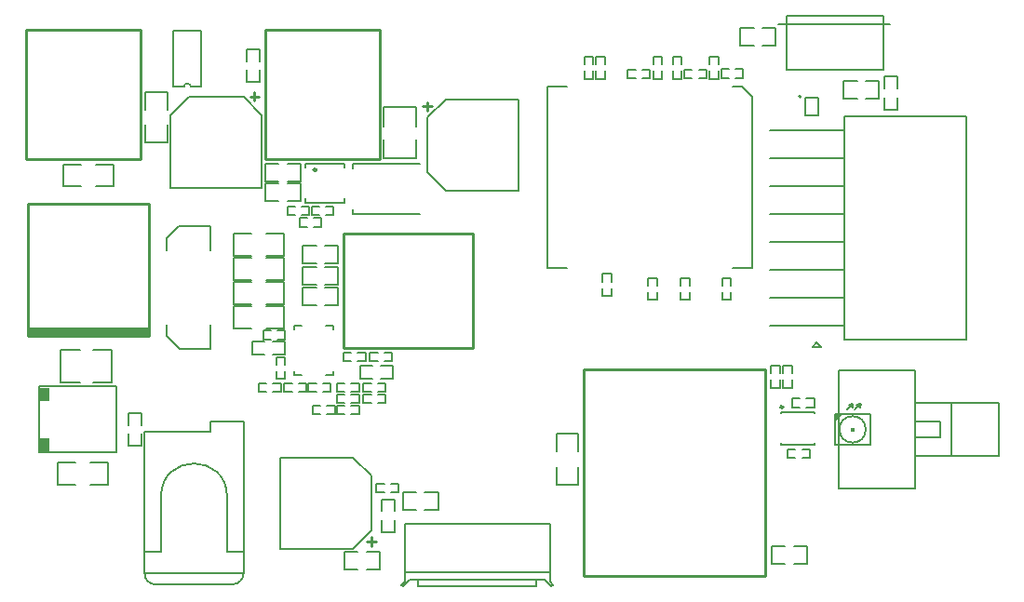
<source format=gto>
G04 Layer_Color=65535*
%FSLAX44Y44*%
%MOMM*%
G71*
G01*
G75*
%ADD59C,0.1500*%
%ADD62C,0.2000*%
%ADD63C,0.2500*%
%ADD113C,0.2540*%
%ADD114C,0.1524*%
%ADD115R,1.0160X1.2728*%
%ADD116R,1.0160X1.2446*%
%ADD117R,0.4000X0.4000*%
D59*
X286000Y282000D02*
Y298000D01*
X254000Y282000D02*
Y298000D01*
X274000Y282000D02*
X286000D01*
X254000D02*
X266000D01*
X274000Y298000D02*
X286000D01*
X254000D02*
X266000D01*
X286000Y263000D02*
Y279000D01*
X254000Y263000D02*
Y279000D01*
X274000Y263000D02*
X286000D01*
X254000D02*
X266000D01*
X274000Y279000D02*
X286000D01*
X254000D02*
X266000D01*
X286000Y244000D02*
Y260000D01*
X254000Y244000D02*
Y260000D01*
X274000Y244000D02*
X286000D01*
X254000D02*
X266000D01*
X274000Y260000D02*
X286000D01*
X254000D02*
X266000D01*
X680500Y9000D02*
Y25000D01*
X712500Y9000D02*
Y25000D01*
X680500D02*
X692500D01*
X700500D02*
X712500D01*
X680500Y9000D02*
X692500D01*
X700500D02*
X712500D01*
X14000Y110000D02*
Y170000D01*
Y110000D02*
X84000D01*
Y170000D01*
X14000D02*
X84000D01*
X31000Y81000D02*
Y101000D01*
X77000Y81000D02*
Y101000D01*
X31000D02*
X47000D01*
X61000D02*
X77000D01*
X31000Y81000D02*
X47000D01*
X61000D02*
X77000D01*
X699000Y159000D02*
X706000D01*
X712000D02*
X719000D01*
X699000Y151000D02*
X706000D01*
X712000D02*
X719000D01*
X699000D02*
Y159000D01*
X719000Y151000D02*
Y159000D01*
X111000Y392000D02*
Y408000D01*
Y422000D02*
Y438000D01*
X131000Y392000D02*
Y408000D01*
Y422000D02*
Y438000D01*
X111000Y392000D02*
X131000D01*
X111000Y438000D02*
X131000D01*
X33500Y174000D02*
Y203500D01*
Y174000D02*
X51000D01*
X33500Y203500D02*
X51000Y203510D01*
X63000Y173990D02*
X80500Y174000D01*
X63000Y203500D02*
X80500D01*
Y174000D02*
Y203500D01*
X66000Y352000D02*
X82000D01*
X36000D02*
X52000D01*
X66000Y372000D02*
X82000D01*
X36000D02*
X52000D01*
X82000Y352000D02*
Y372000D01*
X36000Y352000D02*
Y372000D01*
X315000Y201000D02*
X322000D01*
X328000D02*
X335000D01*
X315000Y193000D02*
X322000D01*
X328000D02*
X335000D01*
X315000D02*
Y201000D01*
X335000Y193000D02*
Y201000D01*
X783000Y452000D02*
X795000D01*
X783000Y422000D02*
X795000D01*
Y441000D02*
Y452000D01*
Y422000D02*
Y433000D01*
X783000Y441000D02*
Y452000D01*
Y422000D02*
Y433000D01*
X746000Y432000D02*
Y448000D01*
X778000Y432000D02*
Y448000D01*
X746000D02*
X758000D01*
X766000D02*
X778000D01*
X746000Y432000D02*
X758000D01*
X766000D02*
X778000D01*
X699000Y182000D02*
Y189000D01*
Y169000D02*
Y176000D01*
X691000Y182000D02*
Y189000D01*
Y169000D02*
Y176000D01*
Y189000D02*
X699000D01*
X691000Y169000D02*
X699000D01*
X688000Y182000D02*
Y189000D01*
Y169000D02*
Y176000D01*
X680000Y182000D02*
Y189000D01*
Y169000D02*
Y176000D01*
Y189000D02*
X688000D01*
X680000Y169000D02*
X688000D01*
X695000Y113000D02*
X702000D01*
X708000D02*
X715000D01*
X695000Y105000D02*
X702000D01*
X708000D02*
X715000D01*
X695000D02*
Y113000D01*
X715000Y105000D02*
Y113000D01*
X760708Y151042D02*
X761500Y154500D01*
X757660Y153582D02*
X760708Y151042D01*
X757660Y153582D02*
X761500Y154500D01*
X756000Y149000D02*
X761500Y154500D01*
X753708Y151042D02*
X754500Y154500D01*
X750660Y153582D02*
X753708Y151042D01*
X750660Y153582D02*
X754500Y154500D01*
X749000Y149000D02*
X754500Y154500D01*
X738000Y117000D02*
X770000D01*
X738000D02*
Y145000D01*
X770000D01*
Y117000D02*
Y145000D01*
X738000Y141000D02*
X742000Y145000D01*
X738000Y143000D02*
X740000Y145000D01*
X738000Y139000D02*
X744000Y145000D01*
X272000Y165000D02*
X279000D01*
X259000D02*
X266000D01*
X272000Y173000D02*
X279000D01*
X259000D02*
X266000D01*
X279000Y165000D02*
Y173000D01*
X259000Y165000D02*
Y173000D01*
X214000D02*
X221000D01*
X227000D02*
X234000D01*
X214000Y165000D02*
X221000D01*
X227000D02*
X234000D01*
X214000D02*
Y173000D01*
X234000Y165000D02*
Y173000D01*
X285000Y163000D02*
X292000D01*
X298000D02*
X305000D01*
X285000Y155000D02*
X292000D01*
X298000D02*
X305000D01*
X285000D02*
Y163000D01*
X305000Y155000D02*
Y163000D01*
X285000Y153000D02*
X292000D01*
X298000D02*
X305000D01*
X285000Y145000D02*
X292000D01*
X298000D02*
X305000D01*
X285000D02*
Y153000D01*
X305000Y145000D02*
Y153000D01*
X276000Y145000D02*
X283000D01*
X263000D02*
X270000D01*
X276000Y153000D02*
X283000D01*
X263000D02*
X270000D01*
X283000Y145000D02*
Y153000D01*
X263000Y145000D02*
Y153000D01*
X237000Y173000D02*
X244000D01*
X250000D02*
X257000D01*
X237000Y165000D02*
X244000D01*
X250000D02*
X257000D01*
X237000D02*
Y173000D01*
X257000Y165000D02*
Y173000D01*
X252000Y339000D02*
Y355000D01*
X220000Y339000D02*
Y355000D01*
X240000Y339000D02*
X252000D01*
X220000D02*
X232000D01*
X240000Y355000D02*
X252000D01*
X220000D02*
X232000D01*
X252000Y357000D02*
Y373000D01*
X220000Y357000D02*
Y373000D01*
X240000Y357000D02*
X252000D01*
X220000D02*
X232000D01*
X240000Y373000D02*
X252000D01*
X220000D02*
X232000D01*
X306000Y177000D02*
Y189000D01*
X336000Y177000D02*
Y189000D01*
X306000D02*
X317000D01*
X325000D02*
X336000D01*
X306000Y177000D02*
X317000D01*
X325000D02*
X336000D01*
X218000Y221000D02*
X225000D01*
X231000D02*
X238000D01*
X218000Y213000D02*
X225000D01*
X231000D02*
X238000D01*
X218000D02*
Y221000D01*
X238000Y213000D02*
Y221000D01*
X191000Y265000D02*
X207000D01*
X221000D02*
X237000D01*
X191000Y245000D02*
X207000D01*
X221000D02*
X237000D01*
X191000D02*
Y265000D01*
X237000Y245000D02*
Y265000D01*
X191000Y243000D02*
X207000D01*
X221000D02*
X237000D01*
X191000Y223000D02*
X207000D01*
X221000D02*
X237000D01*
X191000D02*
Y243000D01*
X237000Y223000D02*
Y243000D01*
X191000Y309000D02*
X207000D01*
X221000D02*
X237000D01*
X191000Y289000D02*
X207000D01*
X221000D02*
X237000D01*
X191000D02*
Y309000D01*
X237000Y289000D02*
Y309000D01*
X291000Y201000D02*
X298000D01*
X304000D02*
X311000D01*
X291000Y193000D02*
X298000D01*
X304000D02*
X311000D01*
X291000D02*
Y201000D01*
X311000Y193000D02*
Y201000D01*
X238000Y199000D02*
Y211000D01*
X208000Y199000D02*
Y211000D01*
X227000Y199000D02*
X238000D01*
X208000D02*
X219000D01*
X227000Y211000D02*
X238000D01*
X208000D02*
X219000D01*
X191000Y287000D02*
X207000D01*
X221000D02*
X237000D01*
X191000Y267000D02*
X207000D01*
X221000D02*
X237000D01*
X191000D02*
Y287000D01*
X237000Y267000D02*
Y287000D01*
X510000Y470000D02*
X518000D01*
X510000Y450000D02*
X518000D01*
Y463000D02*
Y470000D01*
Y450000D02*
Y457000D01*
X510000Y463000D02*
Y470000D01*
Y450000D02*
Y457000D01*
X549500Y450500D02*
Y458500D01*
X569500Y450500D02*
Y458500D01*
X549500D02*
X556500D01*
X562500D02*
X569500D01*
X549500Y450500D02*
X556500D01*
X562500D02*
X569500D01*
X652000Y496000D02*
X664000D01*
X672000D02*
X684000D01*
X652000Y480000D02*
X664000D01*
X672000D02*
X684000D01*
X652000D02*
Y496000D01*
X684000Y480000D02*
Y496000D01*
X215000Y466000D02*
Y477000D01*
Y447000D02*
Y458000D01*
X203000Y466000D02*
Y477000D01*
Y447000D02*
Y458000D01*
Y477000D02*
X215000D01*
X203000Y447000D02*
X215000D01*
X568000Y249000D02*
X576000D01*
X568000Y269000D02*
X576000D01*
X568000Y249000D02*
Y256000D01*
Y262000D02*
Y269000D01*
X576000Y249000D02*
Y256000D01*
Y262000D02*
Y269000D01*
X526500Y252500D02*
X534500D01*
X526500Y272500D02*
X534500D01*
X526500Y252500D02*
Y259500D01*
Y265500D02*
Y272500D01*
X534500Y252500D02*
Y259500D01*
Y265500D02*
Y272500D01*
X635500Y249000D02*
X643500D01*
X635500Y269000D02*
X643500D01*
X635500Y249000D02*
Y256000D01*
Y262000D02*
Y269000D01*
X643500Y249000D02*
Y256000D01*
Y262000D02*
Y269000D01*
X597500Y249000D02*
X605500D01*
X597500Y269000D02*
X605500D01*
X597500Y249000D02*
Y256000D01*
Y262000D02*
Y269000D01*
X605500Y249000D02*
Y256000D01*
Y262000D02*
Y269000D01*
X590500Y470000D02*
X598500D01*
X590500Y450000D02*
X598500D01*
Y463000D02*
Y470000D01*
Y450000D02*
Y457000D01*
X590500Y463000D02*
Y470000D01*
Y450000D02*
Y457000D01*
X624000Y470000D02*
X632000D01*
X624000Y450000D02*
X632000D01*
Y463000D02*
Y470000D01*
Y450000D02*
Y457000D01*
X624000Y463000D02*
Y470000D01*
Y450000D02*
Y457000D01*
X484500Y81000D02*
Y97000D01*
Y111000D02*
Y127000D01*
X504500Y81000D02*
Y97000D01*
Y111000D02*
Y127000D01*
X484500Y81000D02*
X504500D01*
X484500Y127000D02*
X504500D01*
X520500Y470000D02*
X528500D01*
X520500Y450000D02*
X528500D01*
Y463000D02*
Y470000D01*
Y450000D02*
Y457000D01*
X520500Y463000D02*
Y470000D01*
Y450000D02*
Y457000D01*
X572500Y450000D02*
X580500D01*
X572500Y470000D02*
X580500D01*
X572500Y450000D02*
Y457000D01*
Y463000D02*
Y470000D01*
X580500Y450000D02*
Y457000D01*
Y463000D02*
Y470000D01*
X601000Y450500D02*
Y458500D01*
X621000Y450500D02*
Y458500D01*
X601000D02*
X608000D01*
X614000D02*
X621000D01*
X601000Y450500D02*
X608000D01*
X614000D02*
X621000D01*
X654500Y451000D02*
Y459000D01*
X634500Y451000D02*
Y459000D01*
X647500Y451000D02*
X654500D01*
X634500D02*
X641500D01*
X647500Y459000D02*
X654500D01*
X634500D02*
X641500D01*
X325500Y67500D02*
X337500D01*
X325500Y37500D02*
X337500D01*
Y56500D02*
Y67500D01*
Y37500D02*
Y48500D01*
X325500Y56500D02*
Y67500D01*
Y37500D02*
Y48500D01*
X334000Y73500D02*
X341000D01*
X321000D02*
X328000D01*
X334000Y81500D02*
X341000D01*
X321000D02*
X328000D01*
X341000Y73500D02*
Y81500D01*
X321000Y73500D02*
Y81500D01*
X264000Y315500D02*
X271000D01*
X251000D02*
X258000D01*
X264000Y323500D02*
X271000D01*
X251000D02*
X258000D01*
X271000Y315500D02*
Y323500D01*
X251000Y315500D02*
Y323500D01*
X377000Y58000D02*
Y74000D01*
X345000Y58000D02*
Y74000D01*
X365000Y58000D02*
X377000D01*
X345000D02*
X357000D01*
X365000Y74000D02*
X377000D01*
X345000D02*
X357000D01*
X275000Y326000D02*
X282000D01*
X262000D02*
X269000D01*
X275000Y334000D02*
X282000D01*
X262000D02*
X269000D01*
X282000Y326000D02*
Y334000D01*
X262000Y326000D02*
Y334000D01*
X253000Y326000D02*
X260000D01*
X240000D02*
X247000D01*
X253000Y334000D02*
X260000D01*
X240000D02*
X247000D01*
X260000Y326000D02*
Y334000D01*
X240000Y326000D02*
Y334000D01*
X327500Y424500D02*
X357000D01*
X327500Y407000D02*
Y424500D01*
X357000D02*
X357010Y407000D01*
X327490Y395000D02*
X327500Y377500D01*
X357000D02*
Y395000D01*
X327500Y377500D02*
X357000D01*
X324000Y4000D02*
Y20000D01*
X292000Y4000D02*
Y20000D01*
X312000Y4000D02*
X324000D01*
X292000D02*
X304000D01*
X312000Y20000D02*
X324000D01*
X292000D02*
X304000D01*
X230000Y177000D02*
Y184000D01*
Y190000D02*
Y197000D01*
X238000Y177000D02*
Y184000D01*
Y190000D02*
Y197000D01*
X230000Y177000D02*
X238000D01*
X230000Y197000D02*
X238000D01*
X298000Y165000D02*
X305000D01*
X285000D02*
X292000D01*
X298000Y173000D02*
X305000D01*
X285000D02*
X292000D01*
X305000Y165000D02*
Y173000D01*
X285000Y165000D02*
Y173000D01*
X309000Y163000D02*
X316000D01*
X322000D02*
X329000D01*
X309000Y155000D02*
X316000D01*
X322000D02*
X329000D01*
X309000D02*
Y163000D01*
X329000Y155000D02*
Y163000D01*
X322000Y165000D02*
X329000D01*
X309000D02*
X316000D01*
X322000Y173000D02*
X329000D01*
X309000D02*
X316000D01*
X329000Y165000D02*
Y173000D01*
X309000Y165000D02*
Y173000D01*
X95000Y116000D02*
Y127000D01*
Y135000D02*
Y146000D01*
X107000Y116000D02*
Y127000D01*
Y135000D02*
Y146000D01*
X95000Y116000D02*
X107000D01*
X95000Y146000D02*
X107000D01*
D62*
X185000Y70000D02*
G03*
X125000Y70000I-30000J0D01*
G01*
X190000Y-10000D02*
G03*
X200000Y0I0J10000D01*
G01*
X110000D02*
G03*
X120000Y-10000I10000J0D01*
G01*
X152175Y442600D02*
G03*
X145825Y442600I-3175J0D01*
G01*
X766000Y131000D02*
G03*
X766000Y131000I-12000J0D01*
G01*
X707000Y434000D02*
G03*
X707000Y434000I-1000J0D01*
G01*
X782000Y458000D02*
Y507750D01*
X694000D02*
X782000D01*
X694000Y458000D02*
Y507750D01*
Y458000D02*
X782000D01*
X686750Y500000D02*
X788250D01*
X746500Y416000D02*
X857000D01*
X746500Y213000D02*
X857000D01*
Y416000D01*
X678800Y402900D02*
X746500D01*
X678800Y377500D02*
X746500D01*
X678800Y352100D02*
X746500D01*
X678800Y326700D02*
X746500D01*
X678800Y301300D02*
X746500D01*
X678800Y275900D02*
X746500D01*
X678800Y250500D02*
X746500D01*
Y213000D02*
Y416000D01*
X678800Y225100D02*
X746500D01*
X678800D02*
X716300D01*
X717300Y206100D02*
X725300D01*
X721300Y210100D02*
X725300Y206100D01*
X721300Y210100D02*
Y210100D01*
X717300Y206100D02*
X721300Y210100D01*
X717300Y206100D02*
Y206100D01*
X811000Y124000D02*
X834000D01*
Y138000D01*
X811000D02*
X834000D01*
X844000Y107000D02*
Y155000D01*
X811000D02*
X887000D01*
Y107000D02*
Y155000D01*
X811000Y107000D02*
X887000D01*
X741000Y185000D02*
X811000D01*
X741000Y77000D02*
X811000D01*
Y185000D01*
X741000Y77000D02*
Y185000D01*
X110000Y20000D02*
X125000D01*
Y70000D01*
X185000Y20000D02*
Y70000D01*
Y20000D02*
X200000D01*
Y0D02*
Y138000D01*
X120000Y-10000D02*
X190000D01*
X110000Y0D02*
Y129000D01*
Y0D02*
X200000D01*
X170000Y138000D02*
X200000D01*
X170000Y129000D02*
Y138000D01*
X110000Y129000D02*
X170000D01*
X689000Y117000D02*
X719000D01*
X689000Y147000D02*
X719000D01*
Y145500D02*
Y147000D01*
Y117000D02*
Y118500D01*
X689000Y117000D02*
Y118500D01*
Y145500D02*
Y147000D01*
X152175Y442600D02*
X161750D01*
X136250D02*
X145825D01*
X136250D02*
Y493400D01*
X161750D01*
Y442600D02*
Y493400D01*
X275000Y225750D02*
X281500D01*
Y221750D02*
Y225750D01*
X246500Y180250D02*
Y184250D01*
Y180250D02*
X253000D01*
X246500Y221750D02*
Y225750D01*
X253000D01*
X281500Y180250D02*
Y184250D01*
X275000Y180250D02*
X281500D01*
X133500Y350500D02*
X216500D01*
Y417000D01*
X200000Y433500D02*
X216500Y417000D01*
X150000Y433500D02*
X200000D01*
X133500Y350500D02*
Y417000D01*
X150000Y433500D01*
X710500Y416500D02*
Y432500D01*
Y416500D02*
X722500D01*
Y432500D01*
X710500D02*
X722500D01*
X170000Y293875D02*
Y315875D01*
X141000D02*
X170000D01*
X130000Y293875D02*
Y304875D01*
X141000Y315875D01*
X130000Y216125D02*
X142000Y204125D01*
X130000Y216125D02*
Y226125D01*
X142000Y204125D02*
X170000D01*
Y226125D01*
X233000Y22500D02*
Y105500D01*
Y22500D02*
X299500D01*
X316000Y39000D01*
Y89000D01*
X233000Y105500D02*
X299500D01*
X316000Y89000D01*
X644500Y278000D02*
X662500D01*
Y360500D01*
X476500Y443000D02*
X494500D01*
X476500Y360500D02*
Y443000D01*
Y278000D02*
X494500D01*
X476500D02*
Y360500D01*
X644500Y443000D02*
X653000D01*
X662500Y433500D01*
Y360500D02*
Y433500D01*
X367500Y365000D02*
X384000Y348500D01*
X450500D01*
X367500Y365000D02*
Y415000D01*
X384000Y431500D01*
X450500D01*
Y348500D02*
Y431500D01*
X256500Y369000D02*
Y372500D01*
Y337500D02*
Y341000D01*
X256500Y337500D02*
X291500D01*
Y341000D01*
Y369000D02*
Y372500D01*
X256500D02*
X291500D01*
X346500Y45000D02*
X478500D01*
X346500Y1000D02*
X478500D01*
X351000Y-6000D02*
X474000D01*
X478500Y-7500D02*
Y45000D01*
X346500Y-7500D02*
Y45000D01*
X359000Y-12000D02*
X466000D01*
Y-6000D01*
X359000Y-12000D02*
Y-6000D01*
X343500Y-10500D02*
X346500Y-7500D01*
X343500Y-10500D02*
X345000Y-12000D01*
X351000Y-6000D01*
X474000D02*
X480000Y-12000D01*
X481500Y-10500D01*
X478500Y-7500D02*
X481500Y-10500D01*
D63*
X690750Y151500D02*
G03*
X690750Y151500I-1250J0D01*
G01*
X266250Y367250D02*
G03*
X266250Y367250I-1250J0D01*
G01*
X206000Y434000D02*
X214000D01*
X210000Y430000D02*
Y438000D01*
X316500Y25000D02*
Y33000D01*
X312500Y29000D02*
X320500D01*
X363000Y425000D02*
X371000D01*
X367000Y421000D02*
Y429000D01*
D113*
X674550Y-2500D02*
Y185500D01*
X509450D02*
X674550D01*
X509450Y-2500D02*
Y185500D01*
Y-2500D02*
X674550D01*
X5250Y222500D02*
X112500D01*
X4250Y220500D02*
X112500D01*
X4500Y218500D02*
X112750D01*
X4000Y336000D02*
X114000D01*
X4000Y216000D02*
Y336000D01*
Y216000D02*
X114000D01*
Y336000D01*
X2000Y377000D02*
Y495000D01*
Y377000D02*
X106000D01*
Y495000D01*
X2000D02*
X106000D01*
X291000Y205000D02*
Y309000D01*
X409000D01*
Y205000D02*
Y309000D01*
X291000Y205000D02*
X409000D01*
X220000Y495000D02*
X324000D01*
Y377000D02*
Y495000D01*
X220000Y377000D02*
X324000D01*
X220000D02*
Y495000D01*
D114*
X299500Y327000D02*
X360500D01*
X299500D02*
Y331225D01*
Y373000D02*
X360500D01*
X299500Y368191D02*
Y373000D01*
D115*
X18521Y163126D02*
D03*
D116*
X18521Y116757D02*
D03*
D117*
X754000Y131000D02*
D03*
M02*

</source>
